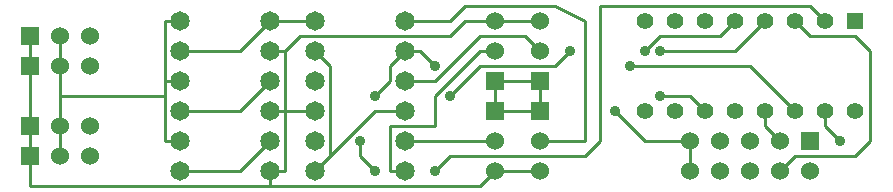
<source format=gtl>
G04 #@! TF.FileFunction,Copper,L1,Top,Signal*
%FSLAX46Y46*%
G04 Gerber Fmt 4.6, Leading zero omitted, Abs format (unit mm)*
G04 Created by KiCad (PCBNEW 4.0.0-2.201511301920+6191~38~ubuntu14.04.1-stable) date lun. 07 déc. 2015 00:41:56 CET*
%MOMM*%
G01*
G04 APERTURE LIST*
%ADD10C,0.150000*%
%ADD11R,1.524000X1.524000*%
%ADD12C,1.524000*%
%ADD13C,1.651000*%
%ADD14R,1.397000X1.397000*%
%ADD15C,1.397000*%
%ADD16C,0.889000*%
%ADD17C,0.254000*%
G04 APERTURE END LIST*
D10*
D11*
X149860000Y-114300000D03*
D12*
X152400000Y-114300000D03*
X154940000Y-114300000D03*
D11*
X149860000Y-124460000D03*
D12*
X152400000Y-124460000D03*
X154940000Y-124460000D03*
D13*
X162560000Y-113030000D03*
X170180000Y-113030000D03*
X170180000Y-115570000D03*
X162560000Y-115570000D03*
X162560000Y-118110000D03*
X170180000Y-118110000D03*
X170180000Y-120650000D03*
X162560000Y-120650000D03*
X162560000Y-123190000D03*
X170180000Y-123190000D03*
X170180000Y-125730000D03*
X162560000Y-125730000D03*
X181610000Y-115570000D03*
X173990000Y-115570000D03*
X173990000Y-120650000D03*
X181610000Y-120650000D03*
X173990000Y-113030000D03*
X181610000Y-113030000D03*
X173990000Y-118110000D03*
X181610000Y-118110000D03*
X173990000Y-123190000D03*
X181610000Y-123190000D03*
X173990000Y-125730000D03*
X181610000Y-125730000D03*
D11*
X149860000Y-116840000D03*
D12*
X152400000Y-116840000D03*
X154940000Y-116840000D03*
D11*
X189230000Y-118110000D03*
D12*
X189230000Y-115570000D03*
X189230000Y-113030000D03*
D11*
X193040000Y-118110000D03*
D12*
X193040000Y-115570000D03*
X193040000Y-113030000D03*
D11*
X189230000Y-120650000D03*
D12*
X189230000Y-123190000D03*
X189230000Y-125730000D03*
D11*
X193040000Y-120650000D03*
D12*
X193040000Y-123190000D03*
X193040000Y-125730000D03*
D11*
X149860000Y-121920000D03*
D12*
X152400000Y-121920000D03*
X154940000Y-121920000D03*
D14*
X219710000Y-113030000D03*
D15*
X217170000Y-113030000D03*
X214630000Y-113030000D03*
X212090000Y-113030000D03*
X209550000Y-113030000D03*
X207010000Y-113030000D03*
X204470000Y-113030000D03*
X201930000Y-113030000D03*
X201930000Y-120650000D03*
X204470000Y-120650000D03*
X207010000Y-120650000D03*
X209550000Y-120650000D03*
X212090000Y-120650000D03*
X214630000Y-120650000D03*
X217170000Y-120650000D03*
X219710000Y-120650000D03*
D11*
X215900000Y-123190000D03*
D12*
X215900000Y-125730000D03*
X213360000Y-123190000D03*
X213360000Y-125730000D03*
X210820000Y-123190000D03*
X210820000Y-125730000D03*
X208280000Y-123190000D03*
X208280000Y-125730000D03*
X205740000Y-123190000D03*
X205740000Y-125730000D03*
D16*
X199390000Y-120650000D03*
X184150000Y-116840000D03*
X179070000Y-119380000D03*
X195580000Y-115570000D03*
X201930000Y-115570000D03*
X185420000Y-119380000D03*
X177800000Y-123190000D03*
X179070000Y-125730000D03*
X184150000Y-125730000D03*
X203200000Y-115570000D03*
X218440000Y-123190000D03*
X200660000Y-116840000D03*
X203200000Y-119380000D03*
D17*
X201930000Y-123190000D02*
X205740000Y-123190000D01*
X200660000Y-121920000D02*
X201930000Y-123190000D01*
X199390000Y-120650000D02*
X200660000Y-121920000D01*
X205740000Y-125730000D02*
X205740000Y-123190000D01*
X181610000Y-115570000D02*
X182880000Y-115570000D01*
X182880000Y-115570000D02*
X184150000Y-116840000D01*
X180340000Y-116840000D02*
X181610000Y-115570000D01*
X180340000Y-118110000D02*
X180340000Y-116840000D01*
X179070000Y-119380000D02*
X180340000Y-118110000D01*
X189230000Y-118110000D02*
X189230000Y-120650000D01*
X189230000Y-120650000D02*
X193040000Y-120650000D01*
X193040000Y-120650000D02*
X193040000Y-118110000D01*
X189230000Y-118110000D02*
X193040000Y-118110000D01*
X162560000Y-123190000D02*
X161290000Y-123190000D01*
X161290000Y-123190000D02*
X161290000Y-119380000D01*
X152400000Y-119380000D02*
X161290000Y-119380000D01*
X152400000Y-121920000D02*
X152400000Y-124460000D01*
X152400000Y-116840000D02*
X152400000Y-119380000D01*
X152400000Y-119380000D02*
X152400000Y-121920000D01*
X152400000Y-114300000D02*
X152400000Y-116840000D01*
X161290000Y-118110000D02*
X161290000Y-119380000D01*
X162560000Y-113030000D02*
X161290000Y-113030000D01*
X161290000Y-118110000D02*
X162560000Y-118110000D01*
X161290000Y-113030000D02*
X161290000Y-118110000D01*
X212090000Y-120650000D02*
X212090000Y-121920000D01*
X212090000Y-121920000D02*
X213360000Y-123190000D01*
X213360000Y-125730000D02*
X214630000Y-124460000D01*
X215900000Y-114300000D02*
X214630000Y-113030000D01*
X219710000Y-114300000D02*
X215900000Y-114300000D01*
X220980000Y-115570000D02*
X219710000Y-114300000D01*
X220980000Y-123190000D02*
X220980000Y-115570000D01*
X219710000Y-124460000D02*
X220980000Y-123190000D01*
X214630000Y-124460000D02*
X219710000Y-124460000D01*
X185420000Y-114300000D02*
X186690000Y-113030000D01*
X186690000Y-113030000D02*
X189230000Y-113030000D01*
X171450000Y-115570000D02*
X172720000Y-114300000D01*
X172720000Y-114300000D02*
X185420000Y-114300000D01*
X170180000Y-127000000D02*
X187960000Y-127000000D01*
X187960000Y-127000000D02*
X189230000Y-125730000D01*
X193040000Y-125730000D02*
X189230000Y-125730000D01*
X193040000Y-113030000D02*
X189230000Y-113030000D01*
X170180000Y-125730000D02*
X170180000Y-127000000D01*
X149860000Y-127000000D02*
X149860000Y-124460000D01*
X170180000Y-127000000D02*
X149860000Y-127000000D01*
X170180000Y-125730000D02*
X171450000Y-125730000D01*
X171450000Y-125730000D02*
X171450000Y-120650000D01*
X170180000Y-115570000D02*
X171450000Y-115570000D01*
X171450000Y-115570000D02*
X171450000Y-120650000D01*
X170180000Y-120650000D02*
X171450000Y-120650000D01*
X171450000Y-120650000D02*
X173990000Y-120650000D01*
X149860000Y-124460000D02*
X149860000Y-121920000D01*
X149860000Y-121920000D02*
X149860000Y-116840000D01*
X149860000Y-114300000D02*
X149860000Y-116840000D01*
X162560000Y-115570000D02*
X167640000Y-115570000D01*
X167640000Y-115570000D02*
X170180000Y-113030000D01*
X170180000Y-113030000D02*
X173990000Y-113030000D01*
X208280000Y-114300000D02*
X203200000Y-114300000D01*
X209550000Y-113030000D02*
X208280000Y-114300000D01*
X194310000Y-116840000D02*
X187960000Y-116840000D01*
X195580000Y-115570000D02*
X194310000Y-116840000D01*
X203200000Y-114300000D02*
X201930000Y-115570000D01*
X187960000Y-116840000D02*
X185420000Y-119380000D01*
X162560000Y-120650000D02*
X167640000Y-120650000D01*
X167640000Y-120650000D02*
X170180000Y-118110000D01*
X196850000Y-124460000D02*
X185420000Y-124460000D01*
X198120000Y-123190000D02*
X196850000Y-124460000D01*
X198120000Y-111760000D02*
X198120000Y-123190000D01*
X215900000Y-111760000D02*
X198120000Y-111760000D01*
X217170000Y-113030000D02*
X215900000Y-111760000D01*
X177800000Y-124460000D02*
X177800000Y-123190000D01*
X179070000Y-125730000D02*
X177800000Y-124460000D01*
X185420000Y-124460000D02*
X184150000Y-125730000D01*
X162560000Y-125730000D02*
X167640000Y-125730000D01*
X167640000Y-125730000D02*
X170180000Y-123190000D01*
X203200000Y-115570000D02*
X209550000Y-115570000D01*
X212090000Y-113030000D02*
X209550000Y-115570000D01*
X173990000Y-115570000D02*
X175260000Y-116840000D01*
X175260000Y-116840000D02*
X175260000Y-124460000D01*
X181610000Y-120650000D02*
X179070000Y-120650000D01*
X179070000Y-120650000D02*
X175260000Y-124460000D01*
X175260000Y-124460000D02*
X173990000Y-125730000D01*
X193040000Y-123190000D02*
X196850000Y-123190000D01*
X186690000Y-111760000D02*
X194310000Y-111760000D01*
X194310000Y-111760000D02*
X196850000Y-113030000D01*
X196850000Y-113030000D02*
X196850000Y-123190000D01*
X185420000Y-113030000D02*
X186690000Y-111760000D01*
X185420000Y-113030000D02*
X181610000Y-113030000D01*
X181610000Y-118110000D02*
X184150000Y-118110000D01*
X191770000Y-114300000D02*
X193040000Y-115570000D01*
X187960000Y-114300000D02*
X191770000Y-114300000D01*
X184150000Y-118110000D02*
X187960000Y-114300000D01*
X189230000Y-123190000D02*
X181610000Y-123190000D01*
X217170000Y-121920000D02*
X217170000Y-120650000D01*
X218440000Y-123190000D02*
X217170000Y-121920000D01*
X184150000Y-121920000D02*
X184150000Y-119380000D01*
X187960000Y-115570000D02*
X189230000Y-115570000D01*
X184150000Y-119380000D02*
X187960000Y-115570000D01*
X180340000Y-125730000D02*
X181610000Y-125730000D01*
X180340000Y-121920000D02*
X180340000Y-125730000D01*
X184150000Y-121920000D02*
X180340000Y-121920000D01*
X210820000Y-116840000D02*
X214630000Y-120650000D01*
X200660000Y-116840000D02*
X210820000Y-116840000D01*
X203200000Y-119380000D02*
X205740000Y-119380000D01*
X207010000Y-120650000D02*
X205740000Y-119380000D01*
M02*

</source>
